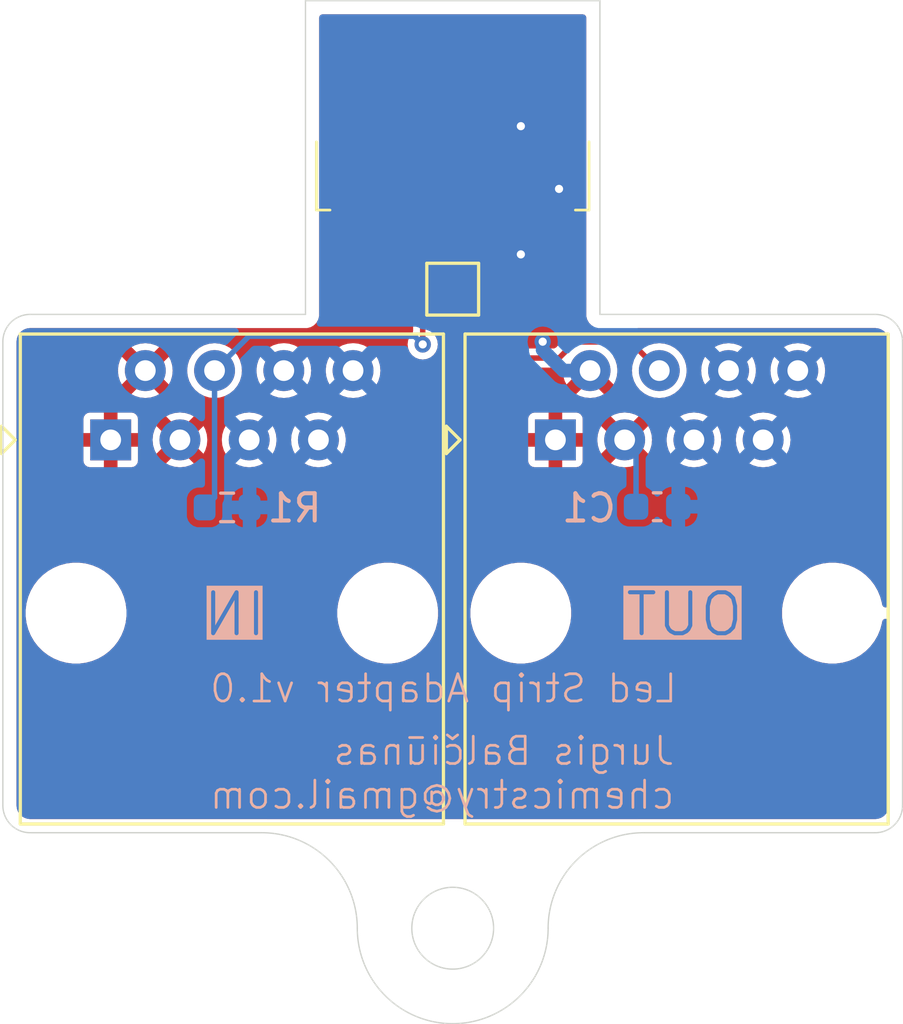
<source format=kicad_pcb>
(kicad_pcb (version 20240108) (generator "pcbnew") (generator_version "8.0")
  (layers (0 "F.Cu" signal) (31 "B.Cu" signal) (34 "B.Paste" user) (35 "F.Paste" user) (36 "B.SilkS" user "B.Silkscreen") (37 "F.SilkS" user "F.Silkscreen") (38 "B.Mask" user) (39 "F.Mask" user) (44 "Edge.Cuts" user))
  (net 0 "")
  (net 1 "+12V")
  (net 2 "GND")
  (net 3 "Net-(J1-Pin_2)")
  (net 4 "Net-(J3-Pad4)")
  (footprint "footprints:led_strip_3pin" (layer "F.Cu") (at 137.5 57.675)
    (property "Reference" "J1" (hide yes))
    (property "Value" "Strip")
    (fp_line (start -5 -2.5) (end -5 0) (stroke (width 0.1)) (layer "F.SilkS"))
    (fp_line (start -5 0) (end -4.5 0) (stroke (width 0.1)) (layer "F.SilkS"))
    (fp_line (start 5 -2.5) (end 5 0) (stroke (width 0.1)) (layer "F.SilkS"))
    (fp_line (start 5 0) (end 4.5 0) (stroke (width 0.1)) (layer "F.SilkS"))
    (pad "1" smd roundrect (at -2.5 -0.75) (size 1.5 3.5) (layers "F.Cu" "F.Mask") (net 1 "+12V"))
    (pad "2" smd roundrect (at 0 -0.75) (size 1.5 3.5) (layers "F.Cu" "F.Mask") (net 3 "Net-(J1-Pin_2)"))
    (pad "3" smd roundrect (at 2.5 -0.75) (size 1.5 3.5) (layers "F.Cu" "F.Mask") (net 2 "GND"))
  )
  (footprint "Connector_RJ:RJ45_Amphenol_54602-x08_Horizontal" (layer "F.Cu") (at 124.955 66.1)
    (property "Reference" "J2" (hide yes))
    (property "Value" "8P8C")
    (fp_line (start -4 -0.5) (end -4 0.5) (stroke (width 0.12)) (layer "F.SilkS"))
    (fp_line (start -4 0.5) (end -3.5 0) (stroke (width 0.12)) (layer "F.SilkS"))
    (fp_line (start -3.5 0) (end -4 -0.5) (stroke (width 0.12)) (layer "F.SilkS"))
    (fp_line (start -3.315 -3.88) (end -3.315 14.08) (stroke (width 0.12)) (layer "F.SilkS"))
    (fp_line (start -3.315 14.08) (end 12.205 14.08) (stroke (width 0.12)) (layer "F.SilkS"))
    (fp_line (start 12.205 -3.88) (end -3.315 -3.88) (stroke (width 0.12)) (layer "F.SilkS"))
    (fp_line (start 12.205 -3.88) (end 12.205 14.08) (stroke (width 0.12)) (layer "F.SilkS"))
    (pad "" np_thru_hole circle (at -1.27 6.35) (size 3.2 3.2) (drill 3.2) (layers "*.Cu" "*.Mask"))
    (pad "" np_thru_hole circle (at 10.16 6.35) (size 3.2 3.2) (drill 3.2) (layers "*.Cu" "*.Mask"))
    (pad "1" thru_hole rect (at 0 0) (size 1.5 1.5) (drill 0.76) (layers "*.Cu" "*.Mask") (net 1 "+12V"))
    (pad "2" thru_hole circle (at 1.27 -2.54) (size 1.5 1.5) (drill 0.76) (layers "*.Cu" "*.Mask") (net 1 "+12V"))
    (pad "3" thru_hole circle (at 2.54 0) (size 1.5 1.5) (drill 0.76) (layers "*.Cu" "*.Mask") (net 1 "+12V"))
    (pad "4" thru_hole circle (at 3.81 -2.54) (size 1.5 1.5) (drill 0.76) (layers "*.Cu" "*.Mask") (net 3 "Net-(J1-Pin_2)"))
    (pad "5" thru_hole circle (at 5.08 0) (size 1.5 1.5) (drill 0.76) (layers "*.Cu" "*.Mask") (net 2 "GND"))
    (pad "6" thru_hole circle (at 6.35 -2.54) (size 1.5 1.5) (drill 0.76) (layers "*.Cu" "*.Mask") (net 2 "GND"))
    (pad "7" thru_hole circle (at 7.62 0) (size 1.5 1.5) (drill 0.76) (layers "*.Cu" "*.Mask") (net 2 "GND"))
    (pad "8" thru_hole circle (at 8.89 -2.54) (size 1.5 1.5) (drill 0.76) (layers "*.Cu" "*.Mask") (net 2 "GND"))
  )
  (footprint "TestPoint:TestPoint_Pad_1.5x1.5mm" (layer "F.Cu") (at 137.5 60.575)
    (property "Reference" "TP1" (hide yes))
    (property "Value" "Data return")
    (fp_line (start -0.95 -0.95) (end 0.95 -0.95) (stroke (width 0.12)) (layer "F.SilkS"))
    (fp_line (start -0.95 0.95) (end -0.95 -0.95) (stroke (width 0.12)) (layer "F.SilkS"))
    (fp_line (start 0.95 -0.95) (end 0.95 0.95) (stroke (width 0.12)) (layer "F.SilkS"))
    (fp_line (start 0.95 0.95) (end -0.95 0.95) (stroke (width 0.12)) (layer "F.SilkS"))
    (pad "1" smd rect (at 0 0) (size 1.5 1.5) (layers "F.Cu" "F.Mask") (net 4 "Net-(J3-Pad4)"))
  )
  (footprint "Connector_RJ:RJ45_Amphenol_54602-x08_Horizontal" (layer "F.Cu") (at 141.2675 66.1)
    (property "Reference" "J3" (hide yes))
    (property "Value" "8P8C")
    (fp_line (start -4 -0.5) (end -4 0.5) (stroke (width 0.12)) (layer "F.SilkS"))
    (fp_line (start -4 0.5) (end -3.5 0) (stroke (width 0.12)) (layer "F.SilkS"))
    (fp_line (start -3.5 0) (end -4 -0.5) (stroke (width 0.12)) (layer "F.SilkS"))
    (fp_line (start -3.315 -3.88) (end -3.315 14.08) (stroke (width 0.12)) (layer "F.SilkS"))
    (fp_line (start -3.315 14.08) (end 12.205 14.08) (stroke (width 0.12)) (layer "F.SilkS"))
    (fp_line (start 12.205 -3.88) (end -3.315 -3.88) (stroke (width 0.12)) (layer "F.SilkS"))
    (fp_line (start 12.205 -3.88) (end 12.205 14.08) (stroke (width 0.12)) (layer "F.SilkS"))
    (pad "" np_thru_hole circle (at -1.27 6.35) (size 3.2 3.2) (drill 3.2) (layers "*.Cu" "*.Mask"))
    (pad "" np_thru_hole circle (at 10.16 6.35) (size 3.2 3.2) (drill 3.2) (layers "*.Cu" "*.Mask"))
    (pad "1" thru_hole rect (at 0 0) (size 1.5 1.5) (drill 0.76) (layers "*.Cu" "*.Mask") (net 1 "+12V"))
    (pad "2" thru_hole circle (at 1.27 -2.54) (size 1.5 1.5) (drill 0.76) (layers "*.Cu" "*.Mask") (net 1 "+12V"))
    (pad "3" thru_hole circle (at 2.54 0) (size 1.5 1.5) (drill 0.76) (layers "*.Cu" "*.Mask") (net 1 "+12V"))
    (pad "4" thru_hole circle (at 3.81 -2.54) (size 1.5 1.5) (drill 0.76) (layers "*.Cu" "*.Mask") (net 4 "Net-(J3-Pad4)"))
    (pad "5" thru_hole circle (at 5.08 0) (size 1.5 1.5) (drill 0.76) (layers "*.Cu" "*.Mask") (net 2 "GND"))
    (pad "6" thru_hole circle (at 6.35 -2.54) (size 1.5 1.5) (drill 0.76) (layers "*.Cu" "*.Mask") (net 2 "GND"))
    (pad "7" thru_hole circle (at 7.62 0) (size 1.5 1.5) (drill 0.76) (layers "*.Cu" "*.Mask") (net 2 "GND"))
    (pad "8" thru_hole circle (at 8.89 -2.54) (size 1.5 1.5) (drill 0.76) (layers "*.Cu" "*.Mask") (net 2 "GND"))
  )
  (footprint "Capacitor_SMD:C_0603_1608Metric" (layer "B.Cu") (at 145 68.55)
    (property "Reference" "C1" (at -2.5 0.05 0) (layer "B.SilkS") (effects (justify mirror)))
    (property "Value" "10u")
    (fp_line (start 0.14058 -0.51) (end -0.14058 -0.51) (stroke (width 0.12)) (layer "B.SilkS"))
    (fp_line (start 0.14058 0.51) (end -0.14058 0.51) (stroke (width 0.12)) (layer "B.SilkS"))
    (pad "1" smd roundrect (at -0.775 0) (size 0.9 0.95) (layers "B.Cu" "B.Paste" "B.Mask") (net 1 "+12V"))
    (pad "2" smd roundrect (at 0.775 0) (size 0.9 0.95) (layers "B.Cu" "B.Paste" "B.Mask") (net 2 "GND"))
  )
  (footprint "Resistor_SMD:R_0603_1608Metric" (layer "B.Cu") (at 129.225 68.575 180)
    (property "Reference" "R1" (at -2.475 -0.025 180) (layer "B.SilkS") (effects (justify mirror)))
    (property "Value" "100")
    (fp_line (start 0.237258 0.5225) (end -0.237258 0.5225) (stroke (width 0.12)) (layer "B.SilkS"))
    (fp_line (start 0.237258 -0.5225) (end -0.237258 -0.5225) (stroke (width 0.12)) (layer "B.SilkS"))
    (pad "1" smd roundrect (at -0.825 0 180) (size 0.8 0.95) (layers "B.Cu" "B.Paste" "B.Mask") (net 2 "GND"))
    (pad "2" smd roundrect (at 0.825 0 180) (size 0.8 0.95) (layers "B.Cu" "B.Paste" "B.Mask") (net 3 "Net-(J1-Pin_2)"))
  )
  (gr_arc (start 141 84) (mid 142.025126 81.525126) (end 144.5 80.5) (stroke (width 0.05)) (layer "Edge.Cuts"))
  (gr_arc (start 141 84) (mid 139.974874 86.474874) (end 137.5 87.5) (stroke (width 0.05)) (layer "Edge.Cuts"))
  (gr_circle (center 137.5 84) (end 139 84) (stroke (width 0.05)) (fill none) (layer "Edge.Cuts"))
  (gr_line (start 154 62.5) (end 154 79.5) (stroke (width 0.05)) (layer "Edge.Cuts"))
  (gr_line (start 122 61.5) (end 132.1 61.5) (stroke (width 0.05)) (layer "Edge.Cuts"))
  (gr_line (start 130.5 80.5) (end 122 80.5) (stroke (width 0.05)) (layer "Edge.Cuts"))
  (gr_arc (start 154 79.5) (mid 153.707107 80.207107) (end 153 80.5) (stroke (width 0.05)) (layer "Edge.Cuts"))
  (gr_arc (start 121 62.5) (mid 121.292893 61.792893) (end 122 61.5) (stroke (width 0.05)) (layer "Edge.Cuts"))
  (gr_arc (start 153 61.5) (mid 153.707107 61.792893) (end 154 62.5) (stroke (width 0.05)) (layer "Edge.Cuts"))
  (gr_arc (start 137.5 87.5) (mid 135.025126 86.474874) (end 134 84) (stroke (width 0.05)) (layer "Edge.Cuts"))
  (gr_line (start 132.1 50) (end 132.1 61.5) (stroke (width 0.05)) (layer "Edge.Cuts"))
  (gr_line (start 142.9 50) (end 142.9 61.5) (stroke (width 0.05)) (layer "Edge.Cuts"))
  (gr_line (start 121 79.5) (end 121 62.5) (stroke (width 0.05)) (layer "Edge.Cuts"))
  (gr_line (start 132.1 50) (end 142.9 50) (stroke (width 0.05)) (layer "Edge.Cuts"))
  (gr_arc (start 122 80.5) (mid 121.292893 80.207107) (end 121 79.5) (stroke (width 0.05)) (layer "Edge.Cuts"))
  (gr_arc (start 130.5 80.5) (mid 132.974874 81.525126) (end 134 84) (stroke (width 0.05)) (layer "Edge.Cuts"))
  (gr_line (start 144.5 80.5) (end 153 80.5) (stroke (width 0.05)) (layer "Edge.Cuts"))
  (gr_line (start 142.9 61.5) (end 153 61.5) (stroke (width 0.05)) (layer "Edge.Cuts"))
  (gr_text "Led Strip Adapter v1.0" (at 145.8 75.8 0) (layer "B.SilkS") (effects (font (size 1 1) (thickness 0.1)) (justify left bottom mirror)))
  (gr_text "OUT" (at 146 72.5 0) (layer "B.SilkS" knockout) (effects (font (size 1.5 1.5)) (justify mirror)))
  (gr_text "IN" (at 129.5 72.5 0) (layer "B.SilkS" knockout) (effects (font (size 1.5 1.5)) (justify mirror)))
  (gr_text "Jurgis Balčiūnas\nchemicstry@gmail.com" (at 145.7 79.7 0) (layer "B.SilkS") (effects (font (size 1 1) (thickness 0.1)) (justify left bottom mirror)))
  (via (at 140.8 62.5) (size 0.6) (drill 0.3) (layers "F.Cu" "B.Cu") (net 1))
  (segment (start 144.225 68.55) (end 144.225 66.5175) (width 0.2) (layer "B.Cu") (net 1))
  (segment (start 140.8 62.8) (end 140.8 62.5) (width 0.5) (layer "B.Cu") (net 1))
  (segment (start 141.2 63.2) (end 141 63) (width 0.5) (layer "B.Cu") (net 1))
  (segment (start 144.225 66.5175) (end 143.8075 66.1) (width 0.2) (layer "B.Cu") (net 1))
  (segment (start 142.5375 63.56) (end 141.56 63.56) (width 0.5) (layer "B.Cu") (net 1))
  (segment (start 141 63) (end 140.8 62.8) (width 0.5) (layer "B.Cu") (net 1))
  (segment (start 141.56 63.56) (end 141.2 63.2) (width 0.5) (layer "B.Cu") (net 1))
  (segment (start 140 56.925) (end 141.375 56.925) (width 0.5) (layer "F.Cu") (net 2))
  (segment (start 141.375 56.925) (end 141.4 56.9) (width 0.5) (layer "F.Cu") (net 2))
  (segment (start 140 56.925) (end 140 59.3) (width 0.5) (layer "F.Cu") (net 2))
  (segment (start 140 56.925) (end 140 54.6) (width 0.5) (layer "F.Cu") (net 2))
  (via (at 140 59.3) (size 0.6) (drill 0.3) (layers "F.Cu" "B.Cu") (net 2))
  (via (at 140 54.6) (size 0.6) (drill 0.3) (layers "F.Cu" "B.Cu") (net 2))
  (via (at 141.4 56.9) (size 0.6) (drill 0.3) (layers "F.Cu" "B.Cu") (net 2))
  (segment (start 136.4 60.2) (end 136.4 62.6) (width 0.2) (layer "F.Cu") (net 3))
  (segment (start 136.4 59.7) (end 136.4 60.2) (width 0.2) (layer "F.Cu") (net 3))
  (segment (start 137.5 56.925) (end 137.5 58.6) (width 0.2) (layer "F.Cu") (net 3))
  (segment (start 137.5 58.6) (end 136.5 59.6) (width 0.2) (layer "F.Cu") (net 3))
  (segment (start 136.5 59.6) (end 136.4 59.7) (width 0.2) (layer "F.Cu") (net 3))
  (via (at 136.4 62.6) (size 0.6) (drill 0.3) (layers "F.Cu" "B.Cu") (net 3))
  (segment (start 128.4 68.575) (end 128.765 68.21) (width 0.2) (layer "B.Cu") (net 3))
  (segment (start 128.765 68.21) (end 128.765 63.56) (width 0.2) (layer "B.Cu") (net 3))
  (segment (start 130.025 62.3) (end 136.1 62.3) (width 0.2) (layer "B.Cu") (net 3))
  (segment (start 128.765 63.56) (end 130.025 62.3) (width 0.2) (layer "B.Cu") (net 3))
  (segment (start 136.1 62.3) (end 136.4 62.6) (width 0.2) (layer "B.Cu") (net 3))
  (segment (start 144.0275 62.51) (end 141.99 62.51) (width 0.2) (layer "F.Cu") (net 4))
  (segment (start 140.025 63.1) (end 137.5 60.575) (width 0.2) (layer "F.Cu") (net 4))
  (segment (start 145.0775 63.56) (end 144.0275 62.51) (width 0.2) (layer "F.Cu") (net 4))
  (segment (start 141.4 63.1) (end 140.025 63.1) (width 0.2) (layer "F.Cu") (net 4))
  (segment (start 141.99 62.51) (end 141.4 63.1) (width 0.2) (layer "F.Cu") (net 4))
  (zone (net 1) (net_name "+12V") (layer "F.Cu") (priority 1) (connect_pads (clearance 0.25)) (min_thickness 0.25) (fill yes (thermal_gap 0.25) (thermal_bridge_width 0.5))
    (polygon (pts (xy 121 50) (xy 154 50) (xy 154 80) (xy 121 80)))
  )
  (zone (net 2) (net_name "GND") (layer "B.Cu") (connect_pads (clearance 0.25)) (min_thickness 0.25) (fill yes (thermal_gap 0.25) (thermal_bridge_width 0.5))
    (polygon (pts (xy 121 80) (xy 121 50) (xy 154 50) (xy 154 80)))
  )
)
</source>
